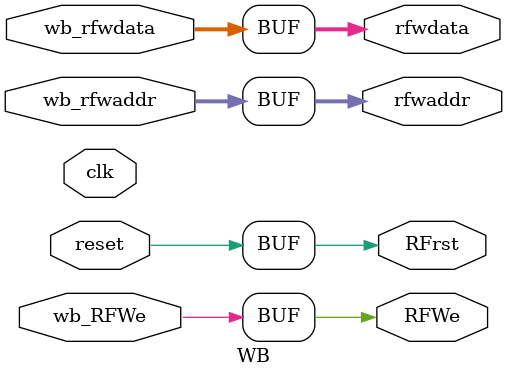
<source format=v>

`include "ctrl_encode_def.vh"
module WB(
    input clk,
    input reset,

    input wb_RFWe,//regfile write enable

    input [4:0] wb_rfwaddr,//regfile write address
    input [31:0] wb_rfwdata,

    output reg RFrst,
    output reg RFWe,
    output reg [4:0] rfwaddr,
    output reg [31:0] rfwdata
);
    always @ (*)
    begin
        RFrst <= reset;
        RFWe <= wb_RFWe;
        rfwaddr <= wb_rfwaddr;
        rfwdata <= wb_rfwdata;
    end

endmodule
</source>
